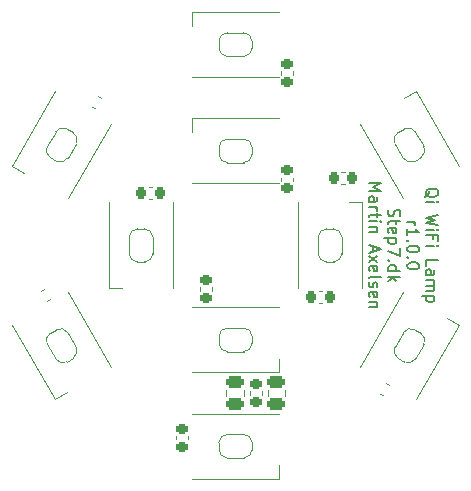
<source format=gbr>
%TF.GenerationSoftware,KiCad,Pcbnew,(6.0.5)*%
%TF.CreationDate,2022-05-23T16:41:31+02:00*%
%TF.ProjectId,qi-lamp-charger,71692d6c-616d-4702-9d63-686172676572,1.0.0*%
%TF.SameCoordinates,Original*%
%TF.FileFunction,Legend,Top*%
%TF.FilePolarity,Positive*%
%FSLAX46Y46*%
G04 Gerber Fmt 4.6, Leading zero omitted, Abs format (unit mm)*
G04 Created by KiCad (PCBNEW (6.0.5)) date 2022-05-23 16:41:31*
%MOMM*%
%LPD*%
G01*
G04 APERTURE LIST*
G04 Aperture macros list*
%AMRoundRect*
0 Rectangle with rounded corners*
0 $1 Rounding radius*
0 $2 $3 $4 $5 $6 $7 $8 $9 X,Y pos of 4 corners*
0 Add a 4 corners polygon primitive as box body*
4,1,4,$2,$3,$4,$5,$6,$7,$8,$9,$2,$3,0*
0 Add four circle primitives for the rounded corners*
1,1,$1+$1,$2,$3*
1,1,$1+$1,$4,$5*
1,1,$1+$1,$6,$7*
1,1,$1+$1,$8,$9*
0 Add four rect primitives between the rounded corners*
20,1,$1+$1,$2,$3,$4,$5,0*
20,1,$1+$1,$4,$5,$6,$7,0*
20,1,$1+$1,$6,$7,$8,$9,0*
20,1,$1+$1,$8,$9,$2,$3,0*%
%AMHorizOval*
0 Thick line with rounded ends*
0 $1 width*
0 $2 $3 position (X,Y) of the first rounded end (center of the circle)*
0 $4 $5 position (X,Y) of the second rounded end (center of the circle)*
0 Add line between two ends*
20,1,$1,$2,$3,$4,$5,0*
0 Add two circle primitives to create the rounded ends*
1,1,$1,$2,$3*
1,1,$1,$4,$5*%
%AMRotRect*
0 Rectangle, with rotation*
0 The origin of the aperture is its center*
0 $1 length*
0 $2 width*
0 $3 Rotation angle, in degrees counterclockwise*
0 Add horizontal line*
21,1,$1,$2,0,0,$3*%
%AMFreePoly0*
4,1,22,0.500000,-0.750000,0.000000,-0.750000,0.000000,-0.745034,-0.079941,-0.743568,-0.215256,-0.701294,-0.333266,-0.622738,-0.424486,-0.514219,-0.481580,-0.384460,-0.499164,-0.250000,-0.500000,-0.250000,-0.500000,0.250000,-0.499164,0.250000,-0.499963,0.256109,-0.478152,0.396186,-0.417904,0.524511,-0.324060,0.630769,-0.204166,0.706417,-0.067858,0.745374,0.000001,0.744959,0.000000,0.750000,
0.500000,0.750000,0.500000,-0.750000,0.500000,-0.750000,$1*%
%AMFreePoly1*
4,1,20,0.000001,0.744959,0.073906,0.744508,0.209726,0.703889,0.328688,0.626782,0.421226,0.519385,0.479903,0.390333,0.500000,0.250000,0.500000,-0.250000,0.499851,-0.262216,0.476331,-0.402017,0.414519,-0.529596,0.319384,-0.634700,0.198574,-0.708876,0.061801,-0.746166,0.000000,-0.745034,0.000000,-0.750000,-0.500000,-0.750000,-0.500000,0.750000,0.000000,0.750000,0.000001,0.744959,
0.000001,0.744959,$1*%
G04 Aperture macros list end*
%ADD10C,0.150000*%
%ADD11C,0.120000*%
%ADD12C,2.200000*%
%ADD13RoundRect,0.225000X0.319856X0.104006X-0.069856X0.329006X-0.319856X-0.104006X0.069856X-0.329006X0*%
%ADD14RotRect,1.500000X1.000000X120.000000*%
%ADD15R,1.000000X1.500000*%
%ADD16RotRect,1.500000X1.000000X60.000000*%
%ADD17RoundRect,0.225000X-0.225000X-0.250000X0.225000X-0.250000X0.225000X0.250000X-0.225000X0.250000X0*%
%ADD18RoundRect,0.225000X0.250000X-0.225000X0.250000X0.225000X-0.250000X0.225000X-0.250000X-0.225000X0*%
%ADD19R,1.500000X1.000000*%
%ADD20FreePoly0,240.000000*%
%ADD21FreePoly1,240.000000*%
%ADD22FreePoly0,270.000000*%
%ADD23FreePoly1,270.000000*%
%ADD24FreePoly0,120.000000*%
%ADD25FreePoly1,120.000000*%
%ADD26RoundRect,0.225000X-0.250000X0.225000X-0.250000X-0.225000X0.250000X-0.225000X0.250000X0.225000X0*%
%ADD27FreePoly0,300.000000*%
%ADD28FreePoly1,300.000000*%
%ADD29RoundRect,0.225000X0.225000X0.250000X-0.225000X0.250000X-0.225000X-0.250000X0.225000X-0.250000X0*%
%ADD30FreePoly0,0.000000*%
%ADD31FreePoly1,0.000000*%
%ADD32FreePoly0,90.000000*%
%ADD33FreePoly1,90.000000*%
%ADD34RotRect,1.500000X1.000000X300.000000*%
%ADD35RoundRect,0.250000X0.475000X-0.250000X0.475000X0.250000X-0.475000X0.250000X-0.475000X-0.250000X0*%
%ADD36RotRect,1.500000X1.000000X240.000000*%
%ADD37FreePoly0,60.000000*%
%ADD38FreePoly1,60.000000*%
%ADD39FreePoly0,180.000000*%
%ADD40FreePoly1,180.000000*%
%ADD41RoundRect,0.225000X0.069856X0.329006X-0.319856X0.104006X-0.069856X-0.329006X0.319856X-0.104006X0*%
%ADD42RotRect,1.700000X1.700000X127.500000*%
%ADD43HorizOval,1.700000X0.000000X0.000000X0.000000X0.000000X0*%
%ADD44RotRect,1.000000X1.000000X130.000000*%
%ADD45HorizOval,1.000000X0.000000X0.000000X0.000000X0.000000X0*%
%ADD46RotRect,1.700000X1.700000X232.500000*%
%ADD47HorizOval,1.700000X0.000000X0.000000X0.000000X0.000000X0*%
%ADD48RotRect,1.700000X1.700000X60.000000*%
%ADD49HorizOval,1.700000X0.000000X0.000000X0.000000X0.000000X0*%
%ADD50C,0.800000*%
%ADD51RotRect,1.700000X1.700000X330.000000*%
%ADD52HorizOval,1.700000X0.000000X0.000000X0.000000X0.000000X0*%
G04 APERTURE END LIST*
D10*
X116062380Y-95928571D02*
X116110000Y-95833333D01*
X116205238Y-95738095D01*
X116348095Y-95595238D01*
X116395714Y-95500000D01*
X116395714Y-95404761D01*
X116157619Y-95452380D02*
X116205238Y-95357142D01*
X116300476Y-95261904D01*
X116490952Y-95214285D01*
X116824285Y-95214285D01*
X117014761Y-95261904D01*
X117110000Y-95357142D01*
X117157619Y-95452380D01*
X117157619Y-95642857D01*
X117110000Y-95738095D01*
X117014761Y-95833333D01*
X116824285Y-95880952D01*
X116490952Y-95880952D01*
X116300476Y-95833333D01*
X116205238Y-95738095D01*
X116157619Y-95642857D01*
X116157619Y-95452380D01*
X116157619Y-96309523D02*
X116824285Y-96309523D01*
X117157619Y-96309523D02*
X117110000Y-96261904D01*
X117062380Y-96309523D01*
X117110000Y-96357142D01*
X117157619Y-96309523D01*
X117062380Y-96309523D01*
X117157619Y-97452380D02*
X116157619Y-97690476D01*
X116871904Y-97880952D01*
X116157619Y-98071428D01*
X117157619Y-98309523D01*
X116157619Y-98690476D02*
X116824285Y-98690476D01*
X117157619Y-98690476D02*
X117110000Y-98642857D01*
X117062380Y-98690476D01*
X117110000Y-98738095D01*
X117157619Y-98690476D01*
X117062380Y-98690476D01*
X116681428Y-99500000D02*
X116681428Y-99166666D01*
X116157619Y-99166666D02*
X117157619Y-99166666D01*
X117157619Y-99642857D01*
X116157619Y-100023809D02*
X116824285Y-100023809D01*
X117157619Y-100023809D02*
X117110000Y-99976190D01*
X117062380Y-100023809D01*
X117110000Y-100071428D01*
X117157619Y-100023809D01*
X117062380Y-100023809D01*
X116157619Y-101738095D02*
X116157619Y-101261904D01*
X117157619Y-101261904D01*
X116157619Y-102500000D02*
X116681428Y-102500000D01*
X116776666Y-102452380D01*
X116824285Y-102357142D01*
X116824285Y-102166666D01*
X116776666Y-102071428D01*
X116205238Y-102500000D02*
X116157619Y-102404761D01*
X116157619Y-102166666D01*
X116205238Y-102071428D01*
X116300476Y-102023809D01*
X116395714Y-102023809D01*
X116490952Y-102071428D01*
X116538571Y-102166666D01*
X116538571Y-102404761D01*
X116586190Y-102500000D01*
X116157619Y-102976190D02*
X116824285Y-102976190D01*
X116729047Y-102976190D02*
X116776666Y-103023809D01*
X116824285Y-103119047D01*
X116824285Y-103261904D01*
X116776666Y-103357142D01*
X116681428Y-103404761D01*
X116157619Y-103404761D01*
X116681428Y-103404761D02*
X116776666Y-103452380D01*
X116824285Y-103547619D01*
X116824285Y-103690476D01*
X116776666Y-103785714D01*
X116681428Y-103833333D01*
X116157619Y-103833333D01*
X116824285Y-104309523D02*
X115824285Y-104309523D01*
X116776666Y-104309523D02*
X116824285Y-104404761D01*
X116824285Y-104595238D01*
X116776666Y-104690476D01*
X116729047Y-104738095D01*
X116633809Y-104785714D01*
X116348095Y-104785714D01*
X116252857Y-104738095D01*
X116205238Y-104690476D01*
X116157619Y-104595238D01*
X116157619Y-104404761D01*
X116205238Y-104309523D01*
X114547619Y-98023809D02*
X115214285Y-98023809D01*
X115023809Y-98023809D02*
X115119047Y-98071428D01*
X115166666Y-98119047D01*
X115214285Y-98214285D01*
X115214285Y-98309523D01*
X114547619Y-99166666D02*
X114547619Y-98595238D01*
X114547619Y-98880952D02*
X115547619Y-98880952D01*
X115404761Y-98785714D01*
X115309523Y-98690476D01*
X115261904Y-98595238D01*
X114642857Y-99595238D02*
X114595238Y-99642857D01*
X114547619Y-99595238D01*
X114595238Y-99547619D01*
X114642857Y-99595238D01*
X114547619Y-99595238D01*
X115547619Y-100261904D02*
X115547619Y-100357142D01*
X115500000Y-100452380D01*
X115452380Y-100500000D01*
X115357142Y-100547619D01*
X115166666Y-100595238D01*
X114928571Y-100595238D01*
X114738095Y-100547619D01*
X114642857Y-100500000D01*
X114595238Y-100452380D01*
X114547619Y-100357142D01*
X114547619Y-100261904D01*
X114595238Y-100166666D01*
X114642857Y-100119047D01*
X114738095Y-100071428D01*
X114928571Y-100023809D01*
X115166666Y-100023809D01*
X115357142Y-100071428D01*
X115452380Y-100119047D01*
X115500000Y-100166666D01*
X115547619Y-100261904D01*
X114642857Y-101023809D02*
X114595238Y-101071428D01*
X114547619Y-101023809D01*
X114595238Y-100976190D01*
X114642857Y-101023809D01*
X114547619Y-101023809D01*
X115547619Y-101690476D02*
X115547619Y-101785714D01*
X115500000Y-101880952D01*
X115452380Y-101928571D01*
X115357142Y-101976190D01*
X115166666Y-102023809D01*
X114928571Y-102023809D01*
X114738095Y-101976190D01*
X114642857Y-101928571D01*
X114595238Y-101880952D01*
X114547619Y-101785714D01*
X114547619Y-101690476D01*
X114595238Y-101595238D01*
X114642857Y-101547619D01*
X114738095Y-101500000D01*
X114928571Y-101452380D01*
X115166666Y-101452380D01*
X115357142Y-101500000D01*
X115452380Y-101547619D01*
X115500000Y-101595238D01*
X115547619Y-101690476D01*
X112985238Y-96976190D02*
X112937619Y-97119047D01*
X112937619Y-97357142D01*
X112985238Y-97452380D01*
X113032857Y-97500000D01*
X113128095Y-97547619D01*
X113223333Y-97547619D01*
X113318571Y-97500000D01*
X113366190Y-97452380D01*
X113413809Y-97357142D01*
X113461428Y-97166666D01*
X113509047Y-97071428D01*
X113556666Y-97023809D01*
X113651904Y-96976190D01*
X113747142Y-96976190D01*
X113842380Y-97023809D01*
X113890000Y-97071428D01*
X113937619Y-97166666D01*
X113937619Y-97404761D01*
X113890000Y-97547619D01*
X113604285Y-97833333D02*
X113604285Y-98214285D01*
X113937619Y-97976190D02*
X113080476Y-97976190D01*
X112985238Y-98023809D01*
X112937619Y-98119047D01*
X112937619Y-98214285D01*
X112985238Y-98928571D02*
X112937619Y-98833333D01*
X112937619Y-98642857D01*
X112985238Y-98547619D01*
X113080476Y-98500000D01*
X113461428Y-98500000D01*
X113556666Y-98547619D01*
X113604285Y-98642857D01*
X113604285Y-98833333D01*
X113556666Y-98928571D01*
X113461428Y-98976190D01*
X113366190Y-98976190D01*
X113270952Y-98500000D01*
X113604285Y-99404761D02*
X112604285Y-99404761D01*
X113556666Y-99404761D02*
X113604285Y-99500000D01*
X113604285Y-99690476D01*
X113556666Y-99785714D01*
X113509047Y-99833333D01*
X113413809Y-99880952D01*
X113128095Y-99880952D01*
X113032857Y-99833333D01*
X112985238Y-99785714D01*
X112937619Y-99690476D01*
X112937619Y-99500000D01*
X112985238Y-99404761D01*
X113937619Y-100214285D02*
X113937619Y-100880952D01*
X112937619Y-100452380D01*
X113032857Y-101261904D02*
X112985238Y-101309523D01*
X112937619Y-101261904D01*
X112985238Y-101214285D01*
X113032857Y-101261904D01*
X112937619Y-101261904D01*
X112937619Y-102166666D02*
X113937619Y-102166666D01*
X112985238Y-102166666D02*
X112937619Y-102071428D01*
X112937619Y-101880952D01*
X112985238Y-101785714D01*
X113032857Y-101738095D01*
X113128095Y-101690476D01*
X113413809Y-101690476D01*
X113509047Y-101738095D01*
X113556666Y-101785714D01*
X113604285Y-101880952D01*
X113604285Y-102071428D01*
X113556666Y-102166666D01*
X112937619Y-102642857D02*
X113937619Y-102642857D01*
X113318571Y-102738095D02*
X112937619Y-103023809D01*
X113604285Y-103023809D02*
X113223333Y-102642857D01*
X111327619Y-94738095D02*
X112327619Y-94738095D01*
X111613333Y-95071428D01*
X112327619Y-95404761D01*
X111327619Y-95404761D01*
X111327619Y-96309523D02*
X111851428Y-96309523D01*
X111946666Y-96261904D01*
X111994285Y-96166666D01*
X111994285Y-95976190D01*
X111946666Y-95880952D01*
X111375238Y-96309523D02*
X111327619Y-96214285D01*
X111327619Y-95976190D01*
X111375238Y-95880952D01*
X111470476Y-95833333D01*
X111565714Y-95833333D01*
X111660952Y-95880952D01*
X111708571Y-95976190D01*
X111708571Y-96214285D01*
X111756190Y-96309523D01*
X111327619Y-96785714D02*
X111994285Y-96785714D01*
X111803809Y-96785714D02*
X111899047Y-96833333D01*
X111946666Y-96880952D01*
X111994285Y-96976190D01*
X111994285Y-97071428D01*
X111994285Y-97261904D02*
X111994285Y-97642857D01*
X112327619Y-97404761D02*
X111470476Y-97404761D01*
X111375238Y-97452380D01*
X111327619Y-97547619D01*
X111327619Y-97642857D01*
X111327619Y-97976190D02*
X111994285Y-97976190D01*
X112327619Y-97976190D02*
X112280000Y-97928571D01*
X112232380Y-97976190D01*
X112280000Y-98023809D01*
X112327619Y-97976190D01*
X112232380Y-97976190D01*
X111994285Y-98452380D02*
X111327619Y-98452380D01*
X111899047Y-98452380D02*
X111946666Y-98500000D01*
X111994285Y-98595238D01*
X111994285Y-98738095D01*
X111946666Y-98833333D01*
X111851428Y-98880952D01*
X111327619Y-98880952D01*
X111613333Y-100071428D02*
X111613333Y-100547619D01*
X111327619Y-99976190D02*
X112327619Y-100309523D01*
X111327619Y-100642857D01*
X111327619Y-100880952D02*
X111994285Y-101404761D01*
X111994285Y-100880952D02*
X111327619Y-101404761D01*
X111375238Y-102166666D02*
X111327619Y-102071428D01*
X111327619Y-101880952D01*
X111375238Y-101785714D01*
X111470476Y-101738095D01*
X111851428Y-101738095D01*
X111946666Y-101785714D01*
X111994285Y-101880952D01*
X111994285Y-102071428D01*
X111946666Y-102166666D01*
X111851428Y-102214285D01*
X111756190Y-102214285D01*
X111660952Y-101738095D01*
X111327619Y-102785714D02*
X111375238Y-102690476D01*
X111470476Y-102642857D01*
X112327619Y-102642857D01*
X111375238Y-103119047D02*
X111327619Y-103214285D01*
X111327619Y-103404761D01*
X111375238Y-103500000D01*
X111470476Y-103547619D01*
X111518095Y-103547619D01*
X111613333Y-103500000D01*
X111660952Y-103404761D01*
X111660952Y-103261904D01*
X111708571Y-103166666D01*
X111803809Y-103119047D01*
X111851428Y-103119047D01*
X111946666Y-103166666D01*
X111994285Y-103261904D01*
X111994285Y-103404761D01*
X111946666Y-103500000D01*
X111375238Y-104357142D02*
X111327619Y-104261904D01*
X111327619Y-104071428D01*
X111375238Y-103976190D01*
X111470476Y-103928571D01*
X111851428Y-103928571D01*
X111946666Y-103976190D01*
X111994285Y-104071428D01*
X111994285Y-104261904D01*
X111946666Y-104357142D01*
X111851428Y-104404761D01*
X111756190Y-104404761D01*
X111660952Y-103928571D01*
X111994285Y-104833333D02*
X111327619Y-104833333D01*
X111899047Y-104833333D02*
X111946666Y-104880952D01*
X111994285Y-104976190D01*
X111994285Y-105119047D01*
X111946666Y-105214285D01*
X111851428Y-105261904D01*
X111327619Y-105261904D01*
D11*
%TO.C,C26*%
X112976746Y-111828617D02*
X112733254Y-111688037D01*
X112466746Y-112711963D02*
X112223254Y-112571383D01*
%TO.C,D2*%
X114165862Y-96035993D02*
X110515862Y-89714007D01*
X115279002Y-86964007D02*
X114283073Y-87539007D01*
X118929002Y-93285993D02*
X115279002Y-86964007D01*
%TO.C,D8*%
X110750000Y-103650001D02*
X110750000Y-96350001D01*
X105250000Y-103650001D02*
X105250000Y-96350001D01*
X110750000Y-96350001D02*
X109600000Y-96350001D01*
%TO.C,D3*%
X118929002Y-106714007D02*
X117933073Y-106139007D01*
X110515862Y-110285993D02*
X114165862Y-103964007D01*
X115279002Y-113035993D02*
X118929002Y-106714007D01*
%TO.C,C25*%
X108959420Y-94810000D02*
X109240580Y-94810000D01*
X108959420Y-93790000D02*
X109240580Y-93790000D01*
%TO.C,C29*%
X88576746Y-87528617D02*
X88333254Y-87388037D01*
X88066746Y-88411963D02*
X87823254Y-88271383D01*
%TO.C,C27*%
X94990000Y-116440580D02*
X94990000Y-116159420D01*
X96010000Y-116440580D02*
X96010000Y-116159420D01*
%TO.C,D7*%
X103650000Y-94750000D02*
X96350000Y-94750000D01*
X96350000Y-89250000D02*
X96350000Y-90400000D01*
X103650000Y-89250000D02*
X96350000Y-89250000D01*
%TO.C,JP3*%
X115162624Y-107137564D02*
X115682240Y-107437564D01*
X113506407Y-108606218D02*
X114206407Y-107393782D01*
X114282240Y-109862436D02*
X113762624Y-109562436D01*
X115938457Y-108393782D02*
X115238457Y-109606218D01*
X115162624Y-107137564D02*
G75*
G03*
X114206407Y-107393782I-350000J-606217D01*
G01*
X114282241Y-109862435D02*
G75*
G03*
X115238457Y-109606218I349999J606217D01*
G01*
X113506406Y-108606218D02*
G75*
G03*
X113762624Y-109562436I606218J-350000D01*
G01*
X115938458Y-108393783D02*
G75*
G03*
X115682240Y-107437564I-606217J350001D01*
G01*
%TO.C,JP8*%
X109000000Y-99300001D02*
X109000000Y-100700001D01*
X108300000Y-101400001D02*
X107700000Y-101400001D01*
X107000000Y-100700001D02*
X107000000Y-99300001D01*
X107700000Y-98600001D02*
X108300000Y-98600001D01*
X107000000Y-100700001D02*
G75*
G03*
X107700000Y-101400001I700000J0D01*
G01*
X107700000Y-98600001D02*
G75*
G03*
X107000000Y-99300001I-1J-699999D01*
G01*
X109000000Y-99300001D02*
G75*
G03*
X108300000Y-98600001I-699999J1D01*
G01*
X108300000Y-101400001D02*
G75*
G03*
X109000000Y-100700001I0J700000D01*
G01*
%TO.C,JP5*%
X85793593Y-107393782D02*
X86493593Y-108606218D01*
X84761543Y-109606218D02*
X84061543Y-108393782D01*
X84317760Y-107437564D02*
X84837376Y-107137564D01*
X86237376Y-109562436D02*
X85717760Y-109862436D01*
X84317761Y-107437565D02*
G75*
G03*
X84061543Y-108393782I349999J-606217D01*
G01*
X86237375Y-109562435D02*
G75*
G03*
X86493593Y-108606218I-349998J606217D01*
G01*
X84761543Y-109606218D02*
G75*
G03*
X85717760Y-109862436I606217J349999D01*
G01*
X85793594Y-107393782D02*
G75*
G03*
X84837376Y-107137564I-606218J-350000D01*
G01*
%TO.C,D4*%
X96350000Y-114250000D02*
X103650000Y-114250000D01*
X103650000Y-119750000D02*
X103650000Y-118600000D01*
X96350000Y-119750000D02*
X103650000Y-119750000D01*
%TO.C,C30*%
X104910000Y-94259420D02*
X104910000Y-94540580D01*
X103890000Y-94259420D02*
X103890000Y-94540580D01*
%TO.C,JP2*%
X114206407Y-92606218D02*
X113506407Y-91393782D01*
X115682240Y-92562436D02*
X115162624Y-92862436D01*
X115238457Y-90393782D02*
X115938457Y-91606218D01*
X113762624Y-90437564D02*
X114282240Y-90137564D01*
X115238457Y-90393782D02*
G75*
G03*
X114282240Y-90137564I-606217J-349999D01*
G01*
X115682239Y-92562435D02*
G75*
G03*
X115938457Y-91606218I-349999J606217D01*
G01*
X113762625Y-90437565D02*
G75*
G03*
X113506407Y-91393782I349998J-606217D01*
G01*
X114206406Y-92606218D02*
G75*
G03*
X115162624Y-92862436I606218J350000D01*
G01*
%TO.C,C31*%
X107340580Y-104910000D02*
X107059420Y-104910000D01*
X107340580Y-103890000D02*
X107059420Y-103890000D01*
%TO.C,D9*%
X96350000Y-110750000D02*
X103650000Y-110750000D01*
X96350000Y-105250000D02*
X103650000Y-105250000D01*
X103650000Y-110750000D02*
X103650000Y-109600000D01*
%TO.C,JP7*%
X99300000Y-91000000D02*
X100700000Y-91000000D01*
X101400000Y-91700000D02*
X101400000Y-92300000D01*
X100700000Y-93000000D02*
X99300000Y-93000000D01*
X98600000Y-92300000D02*
X98600000Y-91700000D01*
X99300000Y-91000000D02*
G75*
G03*
X98600000Y-91700000I-1J-699999D01*
G01*
X98600000Y-92300000D02*
G75*
G03*
X99300000Y-93000000I699999J-1D01*
G01*
X100700000Y-93000000D02*
G75*
G03*
X101400000Y-92300000I0J700000D01*
G01*
X101400000Y-91700000D02*
G75*
G03*
X100700000Y-91000000I-700000J0D01*
G01*
%TO.C,JP10*%
X91700000Y-98600000D02*
X92300000Y-98600000D01*
X92300000Y-101400000D02*
X91700000Y-101400000D01*
X91000000Y-100700000D02*
X91000000Y-99300000D01*
X93000000Y-99300000D02*
X93000000Y-100700000D01*
X91000000Y-100700000D02*
G75*
G03*
X91700000Y-101400000I699999J-1D01*
G01*
X92300000Y-101400000D02*
G75*
G03*
X93000000Y-100700000I1J699999D01*
G01*
X91700000Y-98600000D02*
G75*
G03*
X91000000Y-99300000I0J-700000D01*
G01*
X93000000Y-99300000D02*
G75*
G03*
X92300000Y-98600000I-700000J0D01*
G01*
%TO.C,D5*%
X85834138Y-103964007D02*
X89484138Y-110285993D01*
X81070998Y-106714007D02*
X84720998Y-113035993D01*
X84720998Y-113035993D02*
X85716927Y-112460993D01*
%TO.C,C21*%
X99215002Y-112761249D02*
X99215002Y-112238745D01*
X100685002Y-112761249D02*
X100685002Y-112238745D01*
%TO.C,D1*%
X103650000Y-80250000D02*
X96350000Y-80250000D01*
X103650000Y-85750000D02*
X96350000Y-85750000D01*
X96350000Y-80250000D02*
X96350000Y-81400000D01*
%TO.C,C24*%
X104910000Y-85259420D02*
X104910000Y-85540580D01*
X103890000Y-85259420D02*
X103890000Y-85540580D01*
%TO.C,D6*%
X89484138Y-89714007D02*
X85834138Y-96035993D01*
X84720998Y-86964007D02*
X81070998Y-93285993D01*
X81070998Y-93285993D02*
X82066927Y-93860993D01*
%TO.C,C20*%
X104185001Y-112761243D02*
X104185001Y-112238739D01*
X102715001Y-112761243D02*
X102715001Y-112238739D01*
%TO.C,JP6*%
X84061543Y-91606218D02*
X84761543Y-90393782D01*
X84837376Y-92862436D02*
X84317760Y-92562436D01*
X85717760Y-90137564D02*
X86237376Y-90437564D01*
X86493593Y-91393782D02*
X85793593Y-92606218D01*
X84061542Y-91606217D02*
G75*
G03*
X84317760Y-92562436I606217J-350001D01*
G01*
X84837376Y-92862436D02*
G75*
G03*
X85793593Y-92606218I350000J606217D01*
G01*
X85717759Y-90137565D02*
G75*
G03*
X84761543Y-90393782I-349999J-606217D01*
G01*
X86493594Y-91393782D02*
G75*
G03*
X86237376Y-90437564I-606218J350000D01*
G01*
%TO.C,JP4*%
X98600000Y-117300000D02*
X98600000Y-116700000D01*
X99300000Y-116000000D02*
X100700000Y-116000000D01*
X100700000Y-118000000D02*
X99300000Y-118000000D01*
X101400000Y-116700000D02*
X101400000Y-117300000D01*
X98600000Y-117300000D02*
G75*
G03*
X99300000Y-118000000I700000J0D01*
G01*
X100700000Y-118000000D02*
G75*
G03*
X101400000Y-117300000I1J699999D01*
G01*
X99300000Y-116000000D02*
G75*
G03*
X98600000Y-116700000I0J-700000D01*
G01*
X101400000Y-116700000D02*
G75*
G03*
X100700000Y-116000000I-699999J1D01*
G01*
%TO.C,C33*%
X92659420Y-95090000D02*
X92940580Y-95090000D01*
X92659420Y-96110000D02*
X92940580Y-96110000D01*
%TO.C,C32*%
X96990000Y-103559420D02*
X96990000Y-103840580D01*
X98010000Y-103559420D02*
X98010000Y-103840580D01*
%TO.C,D10*%
X89250000Y-96350000D02*
X89250000Y-103650000D01*
X89250000Y-103650000D02*
X90400000Y-103650000D01*
X94750000Y-96350000D02*
X94750000Y-103650000D01*
%TO.C,C28*%
X84276746Y-104571383D02*
X84033254Y-104711963D01*
X83766746Y-103688037D02*
X83523254Y-103828617D01*
%TO.C,C3*%
X102210002Y-112640578D02*
X102210002Y-112359418D01*
X101190002Y-112640578D02*
X101190002Y-112359418D01*
%TO.C,JP1*%
X99300000Y-82000000D02*
X100700000Y-82000000D01*
X98600000Y-83300000D02*
X98600000Y-82700000D01*
X101400000Y-82700000D02*
X101400000Y-83300000D01*
X100700000Y-84000000D02*
X99300000Y-84000000D01*
X101400000Y-82700000D02*
G75*
G03*
X100700000Y-82000000I-700000J0D01*
G01*
X99300000Y-82000000D02*
G75*
G03*
X98600000Y-82700000I-1J-699999D01*
G01*
X98600000Y-83300000D02*
G75*
G03*
X99300000Y-84000000I699999J-1D01*
G01*
X100700000Y-84000000D02*
G75*
G03*
X101400000Y-83300000I0J700000D01*
G01*
%TO.C,JP9*%
X98600000Y-108300000D02*
X98600000Y-107700000D01*
X99300000Y-107000000D02*
X100700000Y-107000000D01*
X100700000Y-109000000D02*
X99300000Y-109000000D01*
X101400000Y-107700000D02*
X101400000Y-108300000D01*
X101400000Y-107700000D02*
G75*
G03*
X100700000Y-107000000I-699999J1D01*
G01*
X98600000Y-108300000D02*
G75*
G03*
X99300000Y-109000000I700000J0D01*
G01*
X99300000Y-107000000D02*
G75*
G03*
X98600000Y-107700000I0J-700000D01*
G01*
X100700000Y-109000000D02*
G75*
G03*
X101400000Y-108300000I1J699999D01*
G01*
%TD*%
%LPC*%
D12*
%TO.C,H2*%
X120000000Y-100000000D03*
%TD*%
%TO.C,H1*%
X93000000Y-81000000D03*
%TD*%
D13*
%TO.C,C26*%
X113271170Y-112587500D03*
X111928830Y-111812500D03*
%TD*%
D14*
%TO.C,D2*%
X114883073Y-88578238D03*
X112111791Y-90178238D03*
X114561791Y-94421762D03*
X117333073Y-92821762D03*
%TD*%
D15*
%TO.C,D8*%
X109600000Y-97550001D03*
X106400000Y-97550001D03*
X106400000Y-102450001D03*
X109600000Y-102450001D03*
%TD*%
D16*
%TO.C,D3*%
X117333073Y-107178238D03*
X114561791Y-105578238D03*
X112111791Y-109821762D03*
X114883073Y-111421762D03*
%TD*%
D17*
%TO.C,C25*%
X108325000Y-94300000D03*
X109875000Y-94300000D03*
%TD*%
D13*
%TO.C,C29*%
X88871170Y-88287500D03*
X87528830Y-87512500D03*
%TD*%
D18*
%TO.C,C27*%
X95500000Y-117075000D03*
X95500000Y-115525000D03*
%TD*%
D19*
%TO.C,D7*%
X97550000Y-90400000D03*
X97550000Y-93600000D03*
X102450000Y-93600000D03*
X102450000Y-90400000D03*
%TD*%
D20*
%TO.C,JP3*%
X115047432Y-107937083D03*
D21*
X114397432Y-109062917D03*
%TD*%
D22*
%TO.C,JP8*%
X108000000Y-99350001D03*
D23*
X108000000Y-100650001D03*
%TD*%
D24*
%TO.C,JP5*%
X85602568Y-109062917D03*
D25*
X84952568Y-107937083D03*
%TD*%
D19*
%TO.C,D4*%
X102450000Y-118600000D03*
X102450000Y-115400000D03*
X97550000Y-115400000D03*
X97550000Y-118600000D03*
%TD*%
D26*
%TO.C,C30*%
X104400000Y-93625000D03*
X104400000Y-95175000D03*
%TD*%
D27*
%TO.C,JP2*%
X114397432Y-90937083D03*
D28*
X115047432Y-92062917D03*
%TD*%
D29*
%TO.C,C31*%
X107975000Y-104400000D03*
X106425000Y-104400000D03*
%TD*%
D19*
%TO.C,D9*%
X102450000Y-109600000D03*
X102450000Y-106400000D03*
X97550000Y-106400000D03*
X97550000Y-109600000D03*
%TD*%
D30*
%TO.C,JP7*%
X99350000Y-92000000D03*
D31*
X100650000Y-92000000D03*
%TD*%
D32*
%TO.C,JP10*%
X92000000Y-100650000D03*
D33*
X92000000Y-99350000D03*
%TD*%
D34*
%TO.C,D5*%
X85116927Y-111421762D03*
X87888209Y-109821762D03*
X85438209Y-105578238D03*
X82666927Y-107178238D03*
%TD*%
D35*
%TO.C,C21*%
X99950002Y-113449997D03*
X99950002Y-111549997D03*
%TD*%
D19*
%TO.C,D1*%
X97550000Y-81400000D03*
X97550000Y-84600000D03*
X102450000Y-84600000D03*
X102450000Y-81400000D03*
%TD*%
D26*
%TO.C,C24*%
X104400000Y-84625000D03*
X104400000Y-86175000D03*
%TD*%
D36*
%TO.C,D6*%
X82666927Y-92821762D03*
X85438209Y-94421762D03*
X87888209Y-90178238D03*
X85116927Y-88578238D03*
%TD*%
D35*
%TO.C,C20*%
X103450001Y-113449991D03*
X103450001Y-111549991D03*
%TD*%
D37*
%TO.C,JP6*%
X84952568Y-92062917D03*
D38*
X85602568Y-90937083D03*
%TD*%
D39*
%TO.C,JP4*%
X100650000Y-117000000D03*
D40*
X99350000Y-117000000D03*
%TD*%
D17*
%TO.C,C33*%
X92025000Y-95600000D03*
X93575000Y-95600000D03*
%TD*%
D26*
%TO.C,C32*%
X97500000Y-102925000D03*
X97500000Y-104475000D03*
%TD*%
D15*
%TO.C,D10*%
X90400000Y-102450000D03*
X93600000Y-102450000D03*
X93600000Y-97550000D03*
X90400000Y-97550000D03*
%TD*%
D41*
%TO.C,C28*%
X84571170Y-103812500D03*
X83228830Y-104587500D03*
%TD*%
D18*
%TO.C,C3*%
X101700002Y-113274998D03*
X101700002Y-111724998D03*
%TD*%
D30*
%TO.C,JP1*%
X99350000Y-83000000D03*
D31*
X100650000Y-83000000D03*
%TD*%
D39*
%TO.C,JP9*%
X100650000Y-108000000D03*
D40*
X99350000Y-108000000D03*
%TD*%
D42*
%TO.C,J2*%
X111433882Y-114566116D03*
D43*
X109418765Y-116112370D03*
%TD*%
D44*
%TO.C,TP1*%
X88716987Y-85163398D03*
D45*
X87744111Y-85979738D03*
%TD*%
D46*
%TO.C,J1*%
X86600000Y-113200000D03*
D47*
X88615117Y-114746254D03*
X90630235Y-116292508D03*
%TD*%
D48*
%TO.C,J5*%
X110800000Y-85900000D03*
D49*
X108600295Y-84630000D03*
X106400591Y-83360000D03*
%TD*%
D50*
%TO.C,SW1*%
X81850000Y-98150000D03*
X81850000Y-101850000D03*
%TD*%
D51*
%TO.C,J4*%
X85900000Y-99200000D03*
D52*
X87170000Y-97000295D03*
X88440000Y-94800591D03*
X89710000Y-92600886D03*
X90980000Y-90401182D03*
X92250000Y-88201477D03*
%TD*%
M02*

</source>
